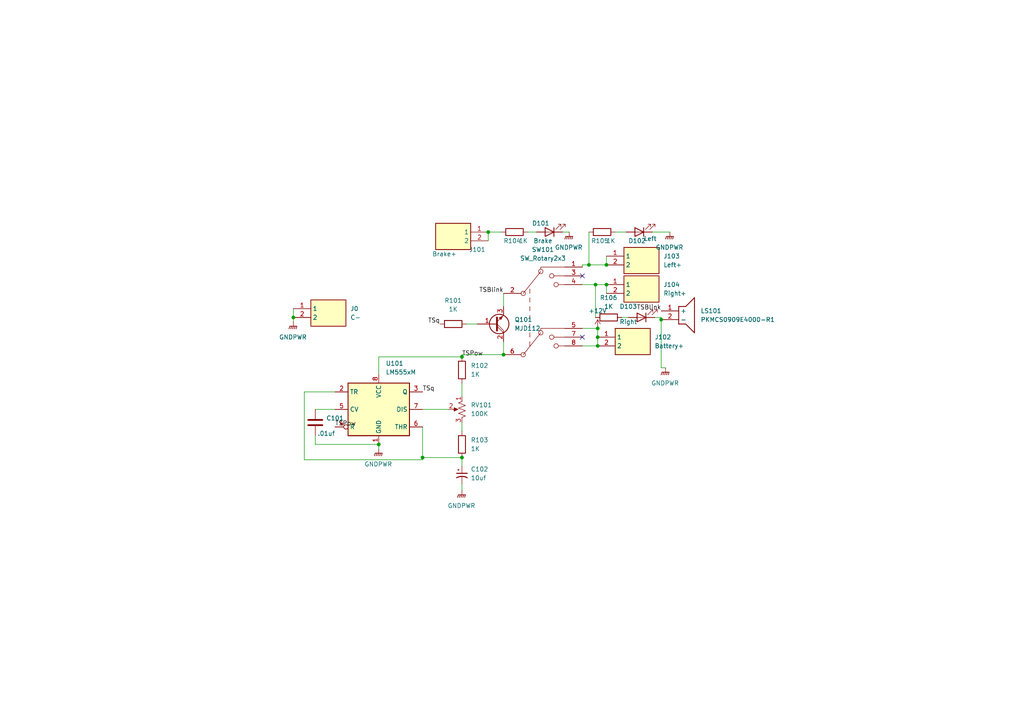
<source format=kicad_sch>
(kicad_sch (version 20211123) (generator eeschema)
  (paper "A4")
  (lib_symbols
    (symbol "19705-4303_1"
      (property "Reference" "J?" (at 16.51 7.62 0))
      (property "Value" "19705-4303_1" (at 16.51 5.08 0))
      (symbol "19705-4303_1_1_1"
        (rectangle (start 5.08 2.54) (end 15.24 -5.08) (stroke (width 0.254)) (fill (type background)))
        (pin passive line (at 0 0 0) (length 5.08) (name "1") (number "1"))
        (pin passive line (at 0 -2.54 0) (length 5.08) (name "2") (number "2"))
      )
    )
    (symbol "19705-4303_2"
      (property "Reference" "J?" (at 16.51 7.62 0))
      (property "Value" "19705-4303_2" (at 16.51 5.08 0))
      (symbol "19705-4303_2_1_1"
        (rectangle (start 5.08 2.54) (end 15.24 -5.08) (stroke (width 0.254)) (fill (type background)))
        (pin passive line (at 0 0 0) (length 5.08) (name "1") (number "1"))
        (pin passive line (at 0 -2.54 0) (length 5.08) (name "2") (number "2"))
      )
    )
    (symbol "19705-4303_3"
      (property "Reference" "J?" (at 16.51 7.62 0))
      (property "Value" "19705-4303_3" (at 16.51 5.08 0))
      (symbol "19705-4303_3_1_1"
        (rectangle (start 5.08 2.54) (end 15.24 -5.08) (stroke (width 0.254)) (fill (type background)))
        (pin passive line (at 0 0 0) (length 5.08) (name "1") (number "1"))
        (pin passive line (at 0 -2.54 0) (length 5.08) (name "2") (number "2"))
      )
    )
    (symbol "19705-4303_4"
      (property "Reference" "J?" (at 16.51 7.62 0))
      (property "Value" "19705-4303_4" (at 16.51 5.08 0))
      (symbol "19705-4303_4_1_1"
        (rectangle (start 5.08 2.54) (end 15.24 -5.08) (stroke (width 0.254)) (fill (type background)))
        (pin passive line (at 0 0 0) (length 5.08) (name "1") (number "1"))
        (pin passive line (at 0 -2.54 0) (length 5.08) (name "2") (number "2"))
      )
    )
    (symbol "Device:C" (pin_numbers hide) (pin_names (offset 0.254))
      (property "Reference" "C" (at 0.635 2.54 0))
      (property "Value" "C" (at 0.635 -2.54 0))
      (symbol "C_0_1"
        (polyline (pts (xy -2.032 -0.762) (xy 2.032 -0.762)) (stroke (width 0.508)))
        (polyline (pts (xy -2.032 0.762) (xy 2.032 0.762)) (stroke (width 0.508)))
      )
      (symbol "C_1_1"
        (pin passive line (at 0 3.81 270) (length 2.794) (name "~") (number "1"))
        (pin passive line (at 0 -3.81 90) (length 2.794) (name "~") (number "2"))
      )
    )
    (symbol "Device:C_Polarized_Small_US" (pin_numbers hide) (pin_names (offset 0.254) hide)
      (property "Reference" "C" (at 0.254 1.778 0))
      (property "Value" "C_Polarized_Small_US" (at 0.254 -2.032 0))
      (symbol "C_Polarized_Small_US_0_1"
        (polyline (pts (xy -1.524 0.508) (xy 1.524 0.508)) (stroke (width 0.3048)))
        (polyline (pts (xy -1.27 1.524) (xy -0.762 1.524)))
        (polyline (pts (xy -1.016 1.27) (xy -1.016 1.778)))
        (arc (start 1.524 -0.762) (mid 0 -0.3734) (end -1.524 -0.762) (stroke (width 0.3048)))
      )
      (symbol "C_Polarized_Small_US_1_1"
        (pin passive line (at 0 2.54 270) (length 2.032) (name "~") (number "1"))
        (pin passive line (at 0 -2.54 90) (length 2.032) (name "~") (number "2"))
      )
    )
    (symbol "Device:LED" (pin_numbers hide) (pin_names (offset 1.016) hide)
      (property "Reference" "D" (at 0 2.54 0))
      (property "Value" "LED" (at 0 -2.54 0))
      (symbol "LED_0_1"
        (polyline (pts (xy -1.27 -1.27) (xy -1.27 1.27)) (stroke (width 0.254)))
        (polyline (pts (xy -1.27 0) (xy 1.27 0)))
        (polyline (pts (xy 1.27 -1.27) (xy 1.27 1.27) (xy -1.27 0) (xy 1.27 -1.27)) (stroke (width 0.254)))
        (polyline (pts (xy -3.048 -0.762) (xy -4.572 -2.286) (xy -3.81 -2.286) (xy -4.572 -2.286) (xy -4.572 -1.524)))
        (polyline (pts (xy -1.778 -0.762) (xy -3.302 -2.286) (xy -2.54 -2.286) (xy -3.302 -2.286) (xy -3.302 -1.524)))
      )
      (symbol "LED_1_1"
        (pin passive line (at -3.81 0 0) (length 2.54) (name "K") (number "1"))
        (pin passive line (at 3.81 0 180) (length 2.54) (name "A") (number "2"))
      )
    )
    (symbol "Device:Q_NPN_Darlington_BCE" (pin_names (offset 0) hide)
      (property "Reference" "Q" (at 4.572 1.27 0))
      (property "Value" "Q_NPN_Darlington_BCE" (at 4.572 -1.27 0))
      (symbol "Q_NPN_Darlington_BCE_0_1"
        (polyline (pts (xy 0.635 0.635) (xy 2.54 2.54)))
        (polyline (pts (xy 0.635 -0.635) (xy 2.54 -2.54) (xy 2.54 -2.54)))
        (polyline (pts (xy 0.635 0) (xy 2.54 1.905) (xy 2.54 2.54)))
        (polyline (pts (xy 0.635 1.905) (xy 0.635 -1.905) (xy 0.635 -1.905)) (stroke (width 0.508)))
        (polyline (pts (xy 1.27 -1.778) (xy 1.778 -1.27) (xy 2.286 -2.286) (xy 1.27 -1.778) (xy 1.27 -1.778)) (fill (type outline)))
        (circle (center 1.27 0) (radius 2.8194) (stroke (width 0.254)))
      )
      (symbol "Q_NPN_Darlington_BCE_1_1"
        (pin input line (at -5.08 0 0) (length 5.715) (name "B") (number "1"))
        (pin passive line (at 2.54 5.08 270) (length 2.54) (name "C") (number "2"))
        (pin passive line (at 2.54 -5.08 90) (length 2.54) (name "E") (number "3"))
      )
    )
    (symbol "Device:R" (pin_numbers hide) (pin_names (offset 0))
      (property "Reference" "R" (at 2.032 0 90))
      (property "Value" "R" (at 0 0 90))
      (symbol "R_0_1"
        (rectangle (start -1.016 -2.54) (end 1.016 2.54) (stroke (width 0.254)))
      )
      (symbol "R_1_1"
        (pin passive line (at 0 3.81 270) (length 1.27) (name "~") (number "1"))
        (pin passive line (at 0 -3.81 90) (length 1.27) (name "~") (number "2"))
      )
    )
    (symbol "Device:R_Potentiometer_US" (pin_names (offset 1.016) hide)
      (property "Reference" "RV" (at -4.445 0 90))
      (property "Value" "R_Potentiometer_US" (at -2.54 0 90))
      (symbol "R_Potentiometer_US_0_1"
        (polyline (pts (xy 0 -2.286) (xy 0 -2.54)))
        (polyline (pts (xy 0 2.54) (xy 0 2.286)))
        (polyline (pts (xy 2.54 0) (xy 1.524 0)))
        (polyline (pts (xy 1.143 0) (xy 2.286 0.508) (xy 2.286 -0.508) (xy 1.143 0)) (fill (type outline)))
        (polyline (pts (xy 0 -0.762) (xy 1.016 -1.143) (xy 0 -1.524) (xy -1.016 -1.905) (xy 0 -2.286)))
        (polyline (pts (xy 0 0.762) (xy 1.016 0.381) (xy 0 0) (xy -1.016 -0.381) (xy 0 -0.762)))
        (polyline (pts (xy 0 2.286) (xy 1.016 1.905) (xy 0 1.524) (xy -1.016 1.143) (xy 0 0.762)))
      )
      (symbol "R_Potentiometer_US_1_1"
        (pin passive line (at 0 3.81 270) (length 1.27) (name "1") (number "1"))
        (pin passive line (at 3.81 0 180) (length 1.27) (name "2") (number "2"))
        (pin passive line (at 0 -3.81 90) (length 1.27) (name "3") (number "3"))
      )
    )
    (symbol "Piezo:PKMCS0909E4000-R1"
      (property "Reference" "LS" (at 11.43 0 0))
      (property "Value" "PKMCS0909E4000-R1" (at 11.43 -2.54 0))
      (symbol "PKMCS0909E4000-R1_1_1"
        (polyline (pts (xy 5.08 1.27) (xy 5.08 -3.81)) (stroke (width 0.254)))
        (polyline (pts (xy 5.08 1.27) (xy 7.112 1.27)) (stroke (width 0.254)))
        (polyline (pts (xy 7.112 -3.81) (xy 5.08 -3.81)) (stroke (width 0.254)))
        (polyline (pts (xy 7.112 -3.81) (xy 9.652 -6.35)) (stroke (width 0.254)))
        (polyline (pts (xy 9.652 3.81) (xy 7.112 1.27)) (stroke (width 0.254)))
        (polyline (pts (xy 9.652 3.81) (xy 9.652 -6.35)) (stroke (width 0.254)))
        (pin passive line (at 0 0 0) (length 5.08) (name "+") (number "1"))
        (pin passive line (at 0 -2.54 0) (length 5.08) (name "-") (number "2"))
      )
    )
    (symbol "SS-10:SW_Rotary2x3" (pin_names (offset 1.016) hide)
      (property "Reference" "SW" (at 0 17.78 0))
      (property "Value" "SW_Rotary2x3" (at 0 -17.78 0))
      (symbol "SW_Rotary2x3_0_0"
        (circle (center -4.445 -10.16) (radius 0.635))
        (circle (center -4.445 7.62) (radius 0.635))
        (polyline (pts (xy -4.445 -10.16) (xy 0.635 -3.81)))
        (polyline (pts (xy -4.445 7.62) (xy 0.635 13.97)))
        (polyline (pts (xy -2.54 -7.62) (xy -2.54 -6.35)))
        (polyline (pts (xy -2.54 -5.08) (xy -2.54 -3.81)))
        (polyline (pts (xy -2.54 -2.54) (xy -2.54 -1.27)))
        (polyline (pts (xy -2.54 0) (xy -2.54 1.27)))
        (polyline (pts (xy -2.54 2.54) (xy -2.54 3.81)))
        (polyline (pts (xy -2.54 5.08) (xy -2.54 6.35)))
        (polyline (pts (xy -2.54 7.62) (xy -2.54 8.89)))
        (polyline (pts (xy 4.445 -5.08) (xy 7.62 -5.08)))
        (polyline (pts (xy 4.445 12.7) (xy 7.62 12.7)))
        (polyline (pts (xy 5.715 -7.62) (xy 7.62 -7.62)))
        (polyline (pts (xy 5.715 10.16) (xy 7.62 10.16)))
        (polyline (pts (xy 0.635 -3.175) (xy 0.635 -2.54) (xy 7.62 -2.54)))
        (polyline (pts (xy 0.635 14.605) (xy 0.635 15.24) (xy 7.62 15.24)))
        (circle (center 0.635 -3.81) (radius 0.635))
        (circle (center 0.635 13.97) (radius 0.635))
        (circle (center 3.81 -5.08) (radius 0.635))
        (circle (center 3.81 12.7) (radius 0.635))
        (circle (center 5.08 -7.62) (radius 0.635))
        (circle (center 5.08 10.16) (radius 0.635))
      )
      (symbol "SW_Rotary2x3_0_1"
        (pin passive line (at 12.7 15.24 180) (length 5.08) (name "1-1") (number "1"))
        (pin passive line (at -10.16 7.62 0) (length 5.08) (name "C1") (number "2"))
        (pin passive line (at 12.7 12.7 180) (length 5.08) (name "1-2") (number "3"))
        (pin passive line (at 12.7 10.16 180) (length 5.08) (name "1-3") (number "4"))
        (pin passive line (at 12.7 -2.54 180) (length 5.08) (name "2-1") (number "5"))
        (pin passive line (at -10.16 -10.16 0) (length 5.08) (name "C2") (number "6"))
        (pin passive line (at 12.7 -5.08 180) (length 5.08) (name "2-2") (number "7"))
        (pin passive line (at 12.7 -7.62 180) (length 5.08) (name "2-3") (number "8"))
      )
    )
    (symbol "SpadeLugs:19705-4303"
      (property "Value" "19705-4303" (at 0 0 0))
      (property "Reference_1" "J" (at 16.51 7.62 0))
      (property "Value_1" "19705-4303" (at 16.51 5.08 0))
      (symbol "19705-4303_1_1"
        (rectangle (start 5.08 2.54) (end 15.24 -5.08) (stroke (width 0.254)) (fill (type background)))
        (pin passive line (at 0 0 0) (length 5.08) (name "1") (number "1"))
        (pin passive line (at 0 -2.54 0) (length 5.08) (name "2") (number "2"))
      )
    )
    (symbol "Timer:LM555xM"
      (property "Reference" "U" (at -10.16 8.89 0))
      (property "Value" "LM555xM" (at 2.54 8.89 0))
      (symbol "LM555xM_0_0"
        (pin power_in line (at 0 -10.16 90) (length 2.54) (name "GND") (number "1"))
        (pin power_in line (at 0 10.16 270) (length 2.54) (name "VCC") (number "8"))
      )
      (symbol "LM555xM_0_1"
        (rectangle (start -8.89 -7.62) (end 8.89 7.62) (stroke (width 0.254)) (fill (type background)))
        (rectangle (start -8.89 -7.62) (end 8.89 7.62) (stroke (width 0.254)) (fill (type background)))
      )
      (symbol "LM555xM_1_1"
        (pin input line (at -12.7 5.08 0) (length 3.81) (name "TR") (number "2"))
        (pin output line (at 12.7 5.08 180) (length 3.81) (name "Q") (number "3"))
        (pin input inverted (at -12.7 -5.08 0) (length 3.81) (name "R") (number "4"))
        (pin input line (at -12.7 0 0) (length 3.81) (name "CV") (number "5"))
        (pin input line (at 12.7 -5.08 180) (length 3.81) (name "THR") (number "6"))
        (pin input line (at 12.7 0 180) (length 3.81) (name "DIS") (number "7"))
      )
    )
    (symbol "power:+12V" (power) (pin_names (offset 0))
      (property "Value" "+12V" (at 0 3.556 0))
      (symbol "+12V_0_1"
        (polyline (pts (xy -0.762 1.27) (xy 0 2.54)))
        (polyline (pts (xy 0 0) (xy 0 2.54)))
        (polyline (pts (xy 0 2.54) (xy 0.762 1.27)))
      )
      (symbol "+12V_1_1"
        (pin power_in line (at 0 0 90) (length 0) hide (name "+12V") (number "1"))
      )
    )
    (symbol "power:GNDPWR" (power) (pin_names (offset 0))
      (property "Value" "GNDPWR" (at 0 -3.302 0))
      (symbol "GNDPWR_0_1"
        (polyline (pts (xy 0 -1.27) (xy 0 0)))
        (polyline (pts (xy -1.016 -1.27) (xy -1.27 -2.032) (xy -1.27 -2.032)) (stroke (width 0.2032)))
        (polyline (pts (xy -0.508 -1.27) (xy -0.762 -2.032) (xy -0.762 -2.032)) (stroke (width 0.2032)))
        (polyline (pts (xy 0 -1.27) (xy -0.254 -2.032) (xy -0.254 -2.032)) (stroke (width 0.2032)))
        (polyline (pts (xy 0.508 -1.27) (xy 0.254 -2.032) (xy 0.254 -2.032)) (stroke (width 0.2032)))
        (polyline (pts (xy 1.016 -1.27) (xy -1.016 -1.27) (xy -1.016 -1.27)) (stroke (width 0.2032)))
        (polyline (pts (xy 1.016 -1.27) (xy 0.762 -2.032) (xy 0.762 -2.032) (xy 0.762 -2.032)) (stroke (width 0.2032)))
      )
      (symbol "GNDPWR_1_1"
        (pin power_in line (at 0 0 270) (length 0) hide (name "GNDPWR") (number "1"))
      )
    )
  )
  (junction (at 141.605 67.31))
  (junction (at 175.895 82.55))
  (junction (at 173.355 100.33))
  (junction (at 146.05 102.87))
  (junction (at 133.985 132.715))
  (junction (at 133.985 103.505))
  (junction (at 172.72 82.55))
  (junction (at 173.355 95.25))
  (junction (at 173.355 97.79))
  (junction (at 175.895 76.835))
  (junction (at 85.09 92.075))
  (junction (at 191.77 92.71))
  (junction (at 109.855 128.905))
  (junction (at 170.815 76.835))
  (junction (at 122.555 132.715))
  (no_connect (at 168.91 97.79))
  (no_connect (at 168.91 80.01))
  (wire (pts (xy 173.355 97.79) (xy 173.355 100.33)))
  (wire (pts (xy 91.44 128.905) (xy 91.44 126.365)))
  (wire (pts (xy 173.355 95.25) (xy 173.355 97.79)))
  (wire (pts (xy 178.435 67.31) (xy 181.61 67.31)))
  (wire (pts (xy 191.77 92.075) (xy 191.77 92.71)))
  (wire (pts (xy 91.44 118.745) (xy 97.155 118.745)))
  (wire (pts (xy 133.985 132.715) (xy 133.985 135.255)))
  (wire (pts (xy 141.605 67.31) (xy 141.605 69.85)))
  (wire (pts (xy 135.255 93.98) (xy 138.43 93.98)))
  (wire (pts (xy 146.05 102.87) (xy 133.985 102.87)))
  (wire (pts (xy 141.605 67.31) (xy 145.415 67.31)))
  (wire (pts (xy 172.72 82.55) (xy 175.895 82.55)))
  (wire (pts (xy 191.77 106.68) (xy 193.04 106.68)))
  (wire (pts (xy 133.985 111.125) (xy 133.985 114.935)))
  (wire (pts (xy 175.895 74.295) (xy 175.895 76.835)))
  (wire (pts (xy 85.09 89.535) (xy 85.09 92.075)))
  (wire (pts (xy 146.05 99.06) (xy 146.05 102.87)))
  (wire (pts (xy 122.555 132.715) (xy 122.555 133.35)))
  (wire (pts (xy 170.815 67.31) (xy 170.815 76.835)))
  (wire (pts (xy 109.855 103.505) (xy 133.985 103.505)))
  (wire (pts (xy 175.895 82.55) (xy 175.895 85.09)))
  (wire (pts (xy 191.77 92.71) (xy 191.77 106.68)))
  (wire (pts (xy 163.195 67.31) (xy 165.1 67.31)))
  (wire (pts (xy 168.91 76.835) (xy 168.91 77.47)))
  (wire (pts (xy 88.265 133.35) (xy 122.555 133.35)))
  (wire (pts (xy 97.155 113.665) (xy 88.265 113.665)))
  (wire (pts (xy 109.855 128.905) (xy 91.44 128.905)))
  (wire (pts (xy 109.855 108.585) (xy 109.855 103.505)))
  (wire (pts (xy 170.815 76.835) (xy 168.91 76.835)))
  (wire (pts (xy 88.265 113.665) (xy 88.265 133.35)))
  (wire (pts (xy 133.985 122.555) (xy 133.985 125.095)))
  (wire (pts (xy 175.895 76.835) (xy 170.815 76.835)))
  (wire (pts (xy 85.09 92.075) (xy 85.09 93.345)))
  (wire (pts (xy 122.555 132.715) (xy 133.985 132.715)))
  (wire (pts (xy 168.91 82.55) (xy 172.72 82.55)))
  (wire (pts (xy 153.035 67.31) (xy 155.575 67.31)))
  (wire (pts (xy 180.34 92.075) (xy 182.245 92.075)))
  (wire (pts (xy 172.72 82.55) (xy 172.72 92.075)))
  (wire (pts (xy 122.555 123.825) (xy 122.555 132.715)))
  (wire (pts (xy 146.05 85.09) (xy 146.05 88.9)))
  (wire (pts (xy 109.855 128.905) (xy 109.855 130.175)))
  (wire (pts (xy 189.865 92.075) (xy 191.77 92.075)))
  (wire (pts (xy 168.91 100.33) (xy 173.355 100.33)))
  (wire (pts (xy 122.555 118.745) (xy 130.175 118.745)))
  (wire (pts (xy 133.985 102.87) (xy 133.985 103.505)))
  (wire (pts (xy 133.985 140.335) (xy 133.985 142.24)))
  (wire (pts (xy 189.23 67.31) (xy 194.31 67.31)))
  (wire (pts (xy 168.91 95.25) (xy 173.355 95.25)))
  (label "TSBlink" (at 191.77 90.17 180))
  (label "TSq" (at 122.555 113.665 0))
  (label "TSq" (at 127.635 93.98 180))
  (label "TSPow" (at 133.985 103.505 0))
  (label "TSPow" (at 97.155 123.825 0))
  (label "TSBlink" (at 146.05 85.09 180))
  (symbol (lib_id "power:GNDPWR") (at 85.09 93.345 0) (unit 1)
    (property "Reference" "#PWR0101" (effects hide))
    (property "Value" "GNDPWR" (at 84.963 97.79 0))
  )
  (symbol (lib_id "power:+12V") (at 173.355 95.25 0) (unit 1)
    (property "Reference" "#PWR0105" (effects hide))
    (property "Value" "+12V" (at 173.355 90.17 0))
  )
  (symbol (lib_id "Piezo:PKMCS0909E4000-R1") (at 191.77 90.17 0) (unit 1)
    (property "Reference" "LS101" (at 203.2 90.1699 0) (effects (justify left)))
    (property "Value" "PKMCS0909E4000-R1" (at 203.2 92.7099 0) (effects (justify left)))
    (property "Footprint" "Piezo:PKMCS0909E4000R1" (effects hide))
    (property "Datasheet" "http://www.murata.com/~/media/webrenewal/products/sound/sounder/vppt-buzj083-d.ashx" (effects hide))
    (property "Height" "1.9" (effects hide))
    (property "Mouser Part Number" "81-PKMCS0909E4000-R1" (effects hide))
    (property "Mouser Price/Stock" "https://www.mouser.co.uk/ProductDetail/Murata-Electronics/PKMCS0909E4000-R1?qs=YqJ97pz8ambMt2Tf4F1Kig%3D%3D" (effects hide))
    (property "Manufacturer_Name" "Murata Electronics" (effects hide))
    (property "Manufacturer_Part_Number" "PKMCS0909E4000-R1" (effects hide))
  )
  (symbol (lib_id "power:GNDPWR") (at 194.31 67.31 0) (unit 1)
    (property "Reference" "#PWR0107" (effects hide))
    (property "Value" "GNDPWR" (at 194.183 71.755 0))
  )
  (symbol (lib_id "Device:R") (at 131.445 93.98 90) (unit 1)
    (property "Reference" "R101" (at 131.445 87.1606 90))
    (property "Value" "1K" (at 131.445 89.7006 90))
    (property "Footprint" "Resistor_SMD:R_0603_1608Metric" (effects hide))
    (property "Mouser Part Number" "603-RC0603JR-101KL" (effects hide))
  )
  (symbol (lib_id "Device:R") (at 149.225 67.31 90) (unit 1)
    (property "Reference" "R104" (at 148.59 69.85 90))
    (property "Value" "1K" (at 151.765 69.85 90))
    (property "Footprint" "Resistor_SMD:R_0603_1608Metric" (effects hide))
    (property "Mouser Part Number" "603-RC0603JR-101KL" (effects hide))
  )
  (symbol (lib_id "power:GNDPWR") (at 165.1 67.31 0) (unit 1)
    (property "Reference" "#PWR0104" (effects hide))
    (property "Value" "GNDPWR" (at 164.973 71.755 0))
  )
  (symbol (lib_id "Device:LED") (at 159.385 67.31 180) (unit 1)
    (property "Reference" "D101" (at 156.845 64.77 0))
    (property "Value" "Brake" (at 157.48 69.85 0))
    (property "Footprint" "LED_SMD:LED_0603_1608Metric" (effects hide))
    (property "Mouser Part Number" "859-LTST-C190KDKT10A" (effects hide))
  )
  (symbol (lib_id "Device:R") (at 133.985 128.905 0) (unit 1)
    (property "Reference" "R103" (at 136.525 127.6349 0) (effects (justify left)))
    (property "Value" "1K" (at 136.525 130.1749 0) (effects (justify left)))
    (property "Footprint" "Resistor_SMD:R_0603_1608Metric" (effects hide))
    (property "Mouser Part Number" "603-RC0603JR-101KL" (effects hide))
  )
  (symbol (lib_id "Device:C_Polarized_Small_US") (at 133.985 137.795 0) (unit 1)
    (property "Reference" "C102" (at 136.525 136.0931 0) (effects (justify left)))
    (property "Value" "10uf" (at 136.525 138.6331 0) (effects (justify left)))
    (property "Footprint" "Capacitor_SMD:C_1206_3216Metric" (effects hide))
    (property "Mouser Part Number" "581-TAJA106M016SNJ" (effects hide))
  )
  (symbol (lib_name "19705-4303_2") (lib_id "SpadeLugs:19705-4303") (at 175.895 74.295 0) (unit 1)
    (property "Reference" "J103" (at 192.405 74.2949 0) (effects (justify left)))
    (property "Value" "Left+" (at 192.405 76.8349 0) (effects (justify left)))
    (property "Footprint" "SpadeLugs:197054303" (effects hide))
    (property "Datasheet" "https://www.molex.com/pdm_docs/sd/197054303_sd.pdf" (effects hide))
    (property "Height" "10.29" (effects hide))
    (property "Mouser Part Number" "538-19705-4303" (effects hide))
    (property "Mouser Price/Stock" "https://www.mouser.co.uk/ProductDetail/Molex/19705-4303?qs=wUVoC1r15A95qxZWcZMf%252Bw%3D%3D" (effects hide))
    (property "Manufacturer_Name" "Molex" (effects hide))
    (property "Manufacturer_Part_Number" "19705-4303" (effects hide))
  )
  (symbol (lib_id "SS-10:SW_Rotary2x3") (at 156.21 92.71 0) (unit 1)
    (property "Reference" "SW101" (at 157.48 72.39 0))
    (property "Value" "SW_Rotary2x3" (at 157.48 74.93 0))
    (property "Footprint" "Package_DIP:DIP-8_W7.62mm" (effects hide))
    (property "Datasheet" "https://www.mouser.com/datasheet/2/972/ss_10_26s_2050-1827383.pdf" (effects hide))
    (property "Mouser Part Number" "229-SS-10-23NP-LE" (effects hide))
  )
  (symbol (lib_id "Device:R_Potentiometer_US") (at 133.985 118.745 0) (mirror y) (unit 1)
    (property "Reference" "RV101" (at 136.525 117.4749 0) (effects (justify right)))
    (property "Value" "100K" (at 136.525 120.0149 0) (effects (justify right)))
    (property "Footprint" "BournsPVG3A:PVG3A103C01R00" (effects hide))
    (property "Mouser Part Number" "81-PVG3A104C01R00" (effects hide))
  )
  (symbol (lib_id "Timer:LM555xM") (at 109.855 118.745 0) (unit 1)
    (property "Reference" "U101" (at 111.8744 105.41 0) (effects (justify left)))
    (property "Value" "LM555xM" (at 111.8744 107.95 0) (effects (justify left)))
    (property "Footprint" "Package_SO:SOIC-8_3.9x4.9mm_P1.27mm" (effects hide))
    (property "Datasheet" "http://www.ti.com/lit/ds/symlink/lm555.pdf" (effects hide))
  )
  (symbol (lib_name "19705-4303_3") (lib_id "SpadeLugs:19705-4303") (at 175.895 82.55 0) (unit 1)
    (property "Reference" "J104" (at 192.405 82.5499 0) (effects (justify left)))
    (property "Value" "Right+" (at 192.405 85.0899 0) (effects (justify left)))
    (property "Footprint" "SpadeLugs:197054303" (effects hide))
    (property "Datasheet" "https://www.molex.com/pdm_docs/sd/197054303_sd.pdf" (effects hide))
    (property "Height" "10.29" (effects hide))
    (property "Mouser Part Number" "538-19705-4303" (effects hide))
    (property "Mouser Price/Stock" "https://www.mouser.co.uk/ProductDetail/Molex/19705-4303?qs=wUVoC1r15A95qxZWcZMf%252Bw%3D%3D" (effects hide))
    (property "Manufacturer_Name" "Molex" (effects hide))
    (property "Manufacturer_Part_Number" "19705-4303" (effects hide))
  )
  (symbol (lib_id "power:GNDPWR") (at 133.985 142.24 0) (unit 1)
    (property "Reference" "#PWR0103" (effects hide))
    (property "Value" "GNDPWR" (at 133.858 146.685 0))
  )
  (symbol (lib_id "Device:R") (at 176.53 92.075 90) (unit 1)
    (property "Reference" "R106" (at 176.53 86.36 90))
    (property "Value" "1K" (at 176.53 88.9 90))
    (property "Footprint" "Resistor_SMD:R_0603_1608Metric" (effects hide))
    (property "Mouser Part Number" "603-RC0603JR-101KL" (effects hide))
  )
  (symbol (lib_id "Device:Q_NPN_Darlington_BCE") (at 143.51 93.98 0) (mirror x) (unit 1)
    (property "Reference" "Q101" (at 149.225 92.7099 0) (effects (justify left)))
    (property "Value" "MJD112" (at 149.225 95.2499 0) (effects (justify left)))
    (property "Footprint" "Package_TO_SOT_SMD:TO-252-2" (effects hide))
    (property "Mouser Part Number" "511-MJD112" (effects hide))
  )
  (symbol (lib_id "power:GNDPWR") (at 193.04 106.68 0) (unit 1)
    (property "Reference" "#PWR0106" (effects hide))
    (property "Value" "GNDPWR" (at 192.913 111.125 0))
  )
  (symbol (lib_name "19705-4303_4") (lib_id "SpadeLugs:19705-4303") (at 141.605 67.31 0) (mirror y) (unit 1)
    (property "Reference" "J101" (at 138.43 72.39 0))
    (property "Value" "Brake+" (at 128.905 73.66 0))
    (property "Footprint" "SpadeLugs:197054303" (effects hide))
    (property "Datasheet" "https://www.molex.com/pdm_docs/sd/197054303_sd.pdf" (effects hide))
    (property "Height" "10.29" (effects hide))
    (property "Mouser Part Number" "538-19705-4303" (effects hide))
    (property "Mouser Price/Stock" "https://www.mouser.co.uk/ProductDetail/Molex/19705-4303?qs=wUVoC1r15A95qxZWcZMf%252Bw%3D%3D" (effects hide))
    (property "Manufacturer_Name" "Molex" (effects hide))
    (property "Manufacturer_Part_Number" "19705-4303" (effects hide))
  )
  (symbol (lib_id "Device:R") (at 174.625 67.31 90) (unit 1)
    (property "Reference" "R105" (at 173.99 69.85 90))
    (property "Value" "1K" (at 177.165 69.85 90))
    (property "Footprint" "Resistor_SMD:R_0603_1608Metric" (effects hide))
    (property "Mouser Part Number" "603-RC0603JR-101KL" (effects hide))
  )
  (symbol (lib_id "Device:R") (at 133.985 107.315 0) (unit 1)
    (property "Reference" "R102" (at 136.525 106.0449 0) (effects (justify left)))
    (property "Value" "1K" (at 136.525 108.5849 0) (effects (justify left)))
    (property "Footprint" "Resistor_SMD:R_0603_1608Metric" (effects hide))
    (property "Mouser Part Number" "603-RC0603JR-101KL" (effects hide))
  )
  (symbol (lib_id "SpadeLugs:19705-4303") (at 85.09 89.535 0) (unit 1)
    (property "Reference" "J0" (at 101.6 89.5349 0) (effects (justify left)))
    (property "Value" "C-" (at 101.6 92.0749 0) (effects (justify left)))
    (property "Footprint" "SpadeLugs:197054303" (effects hide))
    (property "Reference_1" "J" (effects hide))
    (property "Value_1" "19705-4303" (effects hide))
    (property "Footprint_1" "197054303" (effects hide))
    (property "Datasheet_1" "https://www.molex.com/pdm_docs/sd/197054303_sd.pdf" (effects hide))
    (property "Height" "10.29" (effects hide))
    (property "Mouser Part Number" "538-19705-4303" (effects hide))
    (property "Mouser Price/Stock" "https://www.mouser.co.uk/ProductDetail/Molex/19705-4303?qs=wUVoC1r15A95qxZWcZMf%252Bw%3D%3D" (effects hide))
    (property "Manufacturer_Name" "Molex" (effects hide))
    (property "Manufacturer_Part_Number" "19705-4303" (effects hide))
  )
  (symbol (lib_name "19705-4303_1") (lib_id "SpadeLugs:19705-4303") (at 173.355 97.79 0) (unit 1)
    (property "Reference" "J102" (at 189.865 97.7899 0) (effects (justify left)))
    (property "Value" "Battery+" (at 189.865 100.3299 0) (effects (justify left)))
    (property "Footprint" "SpadeLugs:197054303" (effects hide))
    (property "Datasheet" "https://www.molex.com/pdm_docs/sd/197054303_sd.pdf" (effects hide))
    (property "Height" "10.29" (effects hide))
    (property "Mouser Part Number" "538-19705-4303" (effects hide))
    (property "Mouser Price/Stock" "https://www.mouser.co.uk/ProductDetail/Molex/19705-4303?qs=wUVoC1r15A95qxZWcZMf%252Bw%3D%3D" (effects hide))
    (property "Manufacturer_Name" "Molex" (effects hide))
    (property "Manufacturer_Part_Number" "19705-4303" (effects hide))
  )
  (symbol (lib_id "Device:LED") (at 186.055 92.075 180) (unit 1)
    (property "Reference" "D103" (at 182.245 88.9 0))
    (property "Value" "Right" (at 182.245 93.345 0))
    (property "Footprint" "LED_SMD:LED_0603_1608Metric" (effects hide))
    (property "Mouser Part Number" " 720-LYQ396P1Q236" (effects hide))
  )
  (symbol (lib_id "Device:LED") (at 185.42 67.31 180) (unit 1)
    (property "Reference" "D102" (at 184.785 69.85 0))
    (property "Value" "Left" (at 188.595 69.215 0))
    (property "Footprint" "LED_SMD:LED_0603_1608Metric" (effects hide))
    (property "Mouser Part Number" " 720-LYQ396P1Q236" (effects hide))
  )
  (symbol (lib_id "power:GNDPWR") (at 109.855 130.175 0) (unit 1)
    (property "Reference" "#PWR0102" (effects hide))
    (property "Value" "GNDPWR" (at 109.728 134.62 0))
  )
  (symbol (lib_id "Device:C") (at 91.44 122.555 0) (unit 1)
    (property "Reference" "C101" (at 94.615 121.2849 0) (effects (justify left)))
    (property "Value" ".01uf" (at 92.075 125.73 0) (effects (justify left)))
    (property "Footprint" "Capacitor_SMD:C_0402_1005Metric" (effects hide))
    (property "Mouser Part Number" "603-CC402MRX7R6BB103" (effects hide))
  )
)
</source>
